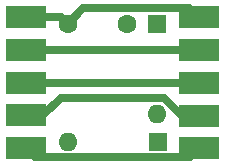
<source format=gtl>
G04 #@! TF.GenerationSoftware,KiCad,Pcbnew,8.0.0*
G04 #@! TF.CreationDate,2024-03-08T06:59:15+01:00*
G04 #@! TF.ProjectId,JoyMega3,4a6f794d-6567-4613-932e-6b696361645f,rev?*
G04 #@! TF.SameCoordinates,Original*
G04 #@! TF.FileFunction,Copper,L1,Top*
G04 #@! TF.FilePolarity,Positive*
%FSLAX46Y46*%
G04 Gerber Fmt 4.6, Leading zero omitted, Abs format (unit mm)*
G04 Created by KiCad (PCBNEW 8.0.0) date 2024-03-08 06:59:15*
%MOMM*%
%LPD*%
G01*
G04 APERTURE LIST*
G04 #@! TA.AperFunction,ComponentPad*
%ADD10C,1.600000*%
G04 #@! TD*
G04 #@! TA.AperFunction,SMDPad,CuDef*
%ADD11R,3.480000X1.846667*%
G04 #@! TD*
G04 #@! TA.AperFunction,ComponentPad*
%ADD12R,1.600000X1.600000*%
G04 #@! TD*
G04 #@! TA.AperFunction,ComponentPad*
%ADD13O,1.600000X1.600000*%
G04 #@! TD*
G04 #@! TA.AperFunction,Conductor*
%ADD14C,0.635000*%
G04 #@! TD*
G04 #@! TA.AperFunction,Conductor*
%ADD15C,0.508000*%
G04 #@! TD*
G04 APERTURE END LIST*
D10*
X123600000Y-75500000D03*
X118600000Y-75500000D03*
D11*
X115062500Y-86040000D03*
X115062500Y-83270000D03*
X115062500Y-80500000D03*
X115062500Y-77730000D03*
X115062500Y-74960000D03*
D12*
X126210000Y-85500000D03*
D13*
X118590000Y-85500000D03*
D12*
X126200000Y-75488800D03*
D13*
X126200000Y-83108800D03*
D11*
X129700000Y-74978000D03*
X129700000Y-77748000D03*
X129700000Y-80518000D03*
X129700000Y-83288000D03*
X129700000Y-86058000D03*
D14*
X128893300Y-74171300D02*
X129700000Y-74978000D01*
X118600000Y-75500000D02*
X119928700Y-74171300D01*
X119928700Y-74171300D02*
X128893300Y-74171300D01*
X118600000Y-75500000D02*
X118937000Y-75500000D01*
X115840000Y-86817500D02*
X115062500Y-86040000D01*
X128940500Y-86817500D02*
X115840000Y-86817500D01*
X129700000Y-86058000D02*
X128940500Y-86817500D01*
X129682000Y-77730000D02*
X129700000Y-77748000D01*
X115062500Y-77730000D02*
X129682000Y-77730000D01*
X118008700Y-81791300D02*
X116530000Y-83270000D01*
X126745727Y-81791300D02*
X118008700Y-81791300D01*
X128242427Y-83288000D02*
X126745727Y-81791300D01*
X116530000Y-83270000D02*
X115062500Y-83270000D01*
X129700000Y-83288000D02*
X128242427Y-83288000D01*
X129682000Y-80500000D02*
X129700000Y-80518000D01*
X115062500Y-80500000D02*
X129682000Y-80500000D01*
X118060000Y-74960000D02*
X118600000Y-75500000D01*
X115062500Y-74960000D02*
X118060000Y-74960000D01*
X115080500Y-77748000D02*
X115062500Y-77730000D01*
D15*
X116186576Y-86040000D02*
X115062500Y-86040000D01*
D14*
X115990833Y-86040000D02*
X115062500Y-86040000D01*
D15*
X115062500Y-83270000D02*
X115085833Y-83293333D01*
X115236500Y-83444000D02*
X115062500Y-83270000D01*
D14*
X130149600Y-83288000D02*
X129332933Y-83288000D01*
X130131600Y-80500000D02*
X130149600Y-80518000D01*
X115080500Y-80518000D02*
X115062500Y-80500000D01*
M02*

</source>
